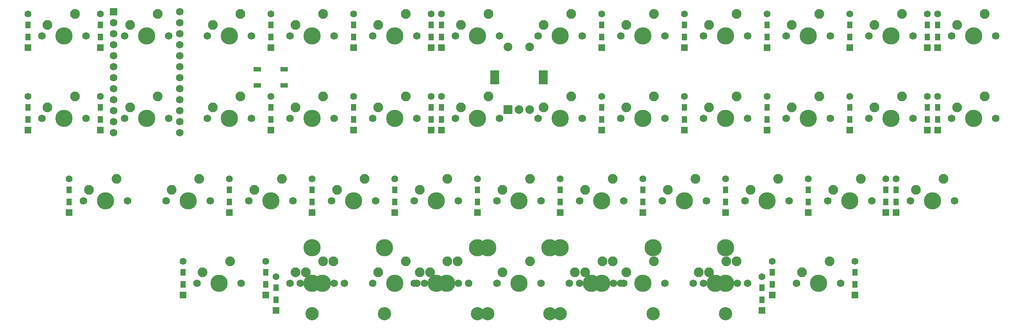
<source format=gbr>
%TF.GenerationSoftware,KiCad,Pcbnew,(5.1.9)-1*%
%TF.CreationDate,2021-08-20T11:03:29-07:00*%
%TF.ProjectId,Ingot,496e676f-742e-46b6-9963-61645f706362,rev?*%
%TF.SameCoordinates,Original*%
%TF.FileFunction,Soldermask,Bot*%
%TF.FilePolarity,Negative*%
%FSLAX46Y46*%
G04 Gerber Fmt 4.6, Leading zero omitted, Abs format (unit mm)*
G04 Created by KiCad (PCBNEW (5.1.9)-1) date 2021-08-20 11:03:29*
%MOMM*%
%LPD*%
G01*
G04 APERTURE LIST*
%ADD10C,2.250000*%
%ADD11C,3.987800*%
%ADD12C,1.750000*%
%ADD13C,3.048000*%
%ADD14R,1.800000X1.100000*%
%ADD15C,1.752600*%
%ADD16R,1.752600X1.752600*%
%ADD17C,2.000000*%
%ADD18R,2.000000X3.200000*%
%ADD19R,2.000000X2.000000*%
%ADD20R,1.600000X1.600000*%
%ADD21C,1.600000*%
%ADD22R,1.200000X1.600000*%
G04 APERTURE END LIST*
D10*
%TO.C,MX40-1u1*%
X200184580Y-85407880D03*
D11*
X197644580Y-90487880D03*
D10*
X193834580Y-87947880D03*
D12*
X192564580Y-90487880D03*
X202724580Y-90487880D03*
%TD*%
D10*
%TO.C,MX39-2u1*%
X171609460Y-85407880D03*
D11*
X169069460Y-90487880D03*
D10*
X165259460Y-87947880D03*
D12*
X163989460Y-90487880D03*
X174149460Y-90487880D03*
D13*
X157163210Y-97472880D03*
X180975710Y-97472880D03*
D11*
X157163210Y-82232880D03*
X180975710Y-82232880D03*
%TD*%
D10*
%TO.C,MX38-2u1*%
X133509300Y-85407880D03*
D11*
X130969300Y-90487880D03*
D10*
X127159300Y-87947880D03*
D12*
X125889300Y-90487880D03*
X136049300Y-90487880D03*
D13*
X119063050Y-97472880D03*
X142875550Y-97472880D03*
D11*
X119063050Y-82232880D03*
X142875550Y-82232880D03*
%TD*%
D10*
%TO.C,MX37-1u1*%
X104934180Y-85407880D03*
D11*
X102394180Y-90487880D03*
D10*
X98584180Y-87947880D03*
D12*
X97314180Y-90487880D03*
X107474180Y-90487880D03*
%TD*%
D11*
%TO.C,MX38-6u1*%
X197644380Y-82232880D03*
X102394380Y-82232880D03*
D13*
X197644380Y-97472880D03*
X102394380Y-97472880D03*
D12*
X155099380Y-90487880D03*
X144939380Y-90487880D03*
D10*
X146209380Y-87947880D03*
D11*
X150019380Y-90487880D03*
D10*
X152559380Y-85407880D03*
%TD*%
%TO.C,MX39-3u1*%
X181134500Y-85407880D03*
X174784500Y-87947880D03*
D11*
X178594500Y-90487880D03*
D12*
X173514500Y-90487880D03*
X183674500Y-90487880D03*
D13*
X159544500Y-97472880D03*
X197644500Y-97472880D03*
D11*
X159544500Y-82232880D03*
X197644500Y-82232880D03*
%TD*%
D10*
%TO.C,MX38-3u1*%
X123984260Y-85407880D03*
X117634260Y-87947880D03*
D11*
X121444260Y-90487880D03*
D12*
X116364260Y-90487880D03*
X126524260Y-90487880D03*
D13*
X102394260Y-97472880D03*
X140494260Y-97472880D03*
D11*
X102394260Y-82232880D03*
X140494260Y-82232880D03*
%TD*%
D14*
%TO.C,RESET1*%
X95969140Y-41012680D03*
X89769140Y-41012680D03*
X95969140Y-44712680D03*
X89769140Y-44712680D03*
%TD*%
D15*
%TO.C,PM1*%
X71914020Y-27702050D03*
X56674020Y-55642050D03*
X71914020Y-30242050D03*
X71914020Y-32782050D03*
X71914020Y-35322050D03*
X71914020Y-37862050D03*
X71914020Y-40402050D03*
X71914020Y-42942050D03*
X71914020Y-45482050D03*
X71914020Y-48022050D03*
X71914020Y-50562050D03*
X71914020Y-53102050D03*
X71914020Y-55642050D03*
X56674020Y-53102050D03*
X56674020Y-50562050D03*
X56674020Y-48022050D03*
X56674020Y-45482050D03*
X56674020Y-42942050D03*
X56674020Y-40402050D03*
X56674020Y-37862050D03*
X56674020Y-35322050D03*
X56674020Y-32782050D03*
X56674020Y-30242050D03*
D16*
X56674020Y-27702050D03*
%TD*%
D10*
%TO.C,MX41*%
X221615920Y-85407880D03*
D11*
X219075920Y-90487880D03*
D10*
X215265920Y-87947880D03*
D12*
X213995920Y-90487880D03*
X224155920Y-90487880D03*
%TD*%
D10*
%TO.C,MX40*%
X197803320Y-85407880D03*
D11*
X195263320Y-90487880D03*
D10*
X191453320Y-87947880D03*
D12*
X190183320Y-90487880D03*
X200343320Y-90487880D03*
%TD*%
D10*
%TO.C,MX39*%
X169228200Y-85407880D03*
D11*
X166688200Y-90487880D03*
D10*
X162878200Y-87947880D03*
D12*
X161608200Y-90487880D03*
X171768200Y-90487880D03*
%TD*%
D10*
%TO.C,MX38*%
X135890560Y-85407880D03*
D11*
X133350560Y-90487880D03*
D10*
X129540560Y-87947880D03*
D12*
X128270560Y-90487880D03*
X138430560Y-90487880D03*
%TD*%
D10*
%TO.C,MX37*%
X107315440Y-85407880D03*
D11*
X104775440Y-90487880D03*
D10*
X100965440Y-87947880D03*
D12*
X99695440Y-90487880D03*
X109855440Y-90487880D03*
%TD*%
D10*
%TO.C,MX36*%
X83502840Y-85407880D03*
D11*
X80962840Y-90487880D03*
D10*
X77152840Y-87947880D03*
D12*
X75882840Y-90487880D03*
X86042840Y-90487880D03*
%TD*%
D10*
%TO.C,MX35*%
X247809780Y-66357800D03*
D11*
X245269780Y-71437800D03*
D10*
X241459780Y-68897800D03*
D12*
X240189780Y-71437800D03*
X250349780Y-71437800D03*
%TD*%
D10*
%TO.C,MX34*%
X228759700Y-66357800D03*
D11*
X226219700Y-71437800D03*
D10*
X222409700Y-68897800D03*
D12*
X221139700Y-71437800D03*
X231299700Y-71437800D03*
%TD*%
D10*
%TO.C,MX33*%
X209709620Y-66357800D03*
D11*
X207169620Y-71437800D03*
D10*
X203359620Y-68897800D03*
D12*
X202089620Y-71437800D03*
X212249620Y-71437800D03*
%TD*%
D10*
%TO.C,MX32*%
X190659540Y-66357800D03*
D11*
X188119540Y-71437800D03*
D10*
X184309540Y-68897800D03*
D12*
X183039540Y-71437800D03*
X193199540Y-71437800D03*
%TD*%
D10*
%TO.C,MX31*%
X171609460Y-66357800D03*
D11*
X169069460Y-71437800D03*
D10*
X165259460Y-68897800D03*
D12*
X163989460Y-71437800D03*
X174149460Y-71437800D03*
%TD*%
D10*
%TO.C,MX30*%
X152559380Y-66357800D03*
D11*
X150019380Y-71437800D03*
D10*
X146209380Y-68897800D03*
D12*
X144939380Y-71437800D03*
X155099380Y-71437800D03*
%TD*%
D10*
%TO.C,MX29*%
X133509300Y-66357800D03*
D11*
X130969300Y-71437800D03*
D10*
X127159300Y-68897800D03*
D12*
X125889300Y-71437800D03*
X136049300Y-71437800D03*
%TD*%
D10*
%TO.C,MX28*%
X114459220Y-66357800D03*
D11*
X111919220Y-71437800D03*
D10*
X108109220Y-68897800D03*
D12*
X106839220Y-71437800D03*
X116999220Y-71437800D03*
%TD*%
D10*
%TO.C,MX27*%
X95409140Y-66357800D03*
D11*
X92869140Y-71437800D03*
D10*
X89059140Y-68897800D03*
D12*
X87789140Y-71437800D03*
X97949140Y-71437800D03*
%TD*%
D10*
%TO.C,MX26*%
X76359060Y-66357800D03*
D11*
X73819060Y-71437800D03*
D10*
X70009060Y-68897800D03*
D12*
X68739060Y-71437800D03*
X78899060Y-71437800D03*
%TD*%
D10*
%TO.C,MX25*%
X57308980Y-66357800D03*
D11*
X54768980Y-71437800D03*
D10*
X50958980Y-68897800D03*
D12*
X49688980Y-71437800D03*
X59848980Y-71437800D03*
%TD*%
D10*
%TO.C,MX24*%
X257334820Y-47307720D03*
D11*
X254794820Y-52387720D03*
D10*
X250984820Y-49847720D03*
D12*
X249714820Y-52387720D03*
X259874820Y-52387720D03*
%TD*%
D10*
%TO.C,MX23*%
X238284740Y-47307720D03*
D11*
X235744740Y-52387720D03*
D10*
X231934740Y-49847720D03*
D12*
X230664740Y-52387720D03*
X240824740Y-52387720D03*
%TD*%
D10*
%TO.C,MX22*%
X219234660Y-47307720D03*
D11*
X216694660Y-52387720D03*
D10*
X212884660Y-49847720D03*
D12*
X211614660Y-52387720D03*
X221774660Y-52387720D03*
%TD*%
D10*
%TO.C,MX21*%
X200184580Y-47307720D03*
D11*
X197644580Y-52387720D03*
D10*
X193834580Y-49847720D03*
D12*
X192564580Y-52387720D03*
X202724580Y-52387720D03*
%TD*%
D10*
%TO.C,MX20*%
X181134500Y-47307720D03*
D11*
X178594500Y-52387720D03*
D10*
X174784500Y-49847720D03*
D12*
X173514500Y-52387720D03*
X183674500Y-52387720D03*
%TD*%
D10*
%TO.C,MX19*%
X162084420Y-47307720D03*
D11*
X159544420Y-52387720D03*
D10*
X155734420Y-49847720D03*
D12*
X154464420Y-52387720D03*
X164624420Y-52387720D03*
%TD*%
D10*
%TO.C,MX18*%
X143034340Y-47307720D03*
D11*
X140494340Y-52387720D03*
D10*
X136684340Y-49847720D03*
D12*
X135414340Y-52387720D03*
X145574340Y-52387720D03*
%TD*%
D10*
%TO.C,MX17*%
X123984260Y-47307720D03*
D11*
X121444260Y-52387720D03*
D10*
X117634260Y-49847720D03*
D12*
X116364260Y-52387720D03*
X126524260Y-52387720D03*
%TD*%
D10*
%TO.C,MX16*%
X104934180Y-47307720D03*
D11*
X102394180Y-52387720D03*
D10*
X98584180Y-49847720D03*
D12*
X97314180Y-52387720D03*
X107474180Y-52387720D03*
%TD*%
D10*
%TO.C,MX15*%
X85884100Y-47307720D03*
D11*
X83344100Y-52387720D03*
D10*
X79534100Y-49847720D03*
D12*
X78264100Y-52387720D03*
X88424100Y-52387720D03*
%TD*%
D10*
%TO.C,MX14*%
X66834020Y-47307720D03*
D11*
X64294020Y-52387720D03*
D10*
X60484020Y-49847720D03*
D12*
X59214020Y-52387720D03*
X69374020Y-52387720D03*
%TD*%
D10*
%TO.C,MX13*%
X47783940Y-47307720D03*
D11*
X45243940Y-52387720D03*
D10*
X41433940Y-49847720D03*
D12*
X40163940Y-52387720D03*
X50323940Y-52387720D03*
%TD*%
D10*
%TO.C,MX12*%
X257334820Y-28257640D03*
D11*
X254794820Y-33337640D03*
D10*
X250984820Y-30797640D03*
D12*
X249714820Y-33337640D03*
X259874820Y-33337640D03*
%TD*%
D10*
%TO.C,MX11*%
X238284740Y-28257640D03*
D11*
X235744740Y-33337640D03*
D10*
X231934740Y-30797640D03*
D12*
X230664740Y-33337640D03*
X240824740Y-33337640D03*
%TD*%
D10*
%TO.C,MX10*%
X219234660Y-28257640D03*
D11*
X216694660Y-33337640D03*
D10*
X212884660Y-30797640D03*
D12*
X211614660Y-33337640D03*
X221774660Y-33337640D03*
%TD*%
D10*
%TO.C,MX9*%
X200184580Y-28257640D03*
D11*
X197644580Y-33337640D03*
D10*
X193834580Y-30797640D03*
D12*
X192564580Y-33337640D03*
X202724580Y-33337640D03*
%TD*%
D10*
%TO.C,MX8*%
X181134500Y-28257640D03*
D11*
X178594500Y-33337640D03*
D10*
X174784500Y-30797640D03*
D12*
X173514500Y-33337640D03*
X183674500Y-33337640D03*
%TD*%
D10*
%TO.C,MX7*%
X162084420Y-28257640D03*
D11*
X159544420Y-33337640D03*
D10*
X155734420Y-30797640D03*
D12*
X154464420Y-33337640D03*
X164624420Y-33337640D03*
%TD*%
D10*
%TO.C,MX6*%
X143034340Y-28257640D03*
D11*
X140494340Y-33337640D03*
D10*
X136684340Y-30797640D03*
D12*
X135414340Y-33337640D03*
X145574340Y-33337640D03*
%TD*%
D10*
%TO.C,MX5*%
X123984260Y-28257640D03*
D11*
X121444260Y-33337640D03*
D10*
X117634260Y-30797640D03*
D12*
X116364260Y-33337640D03*
X126524260Y-33337640D03*
%TD*%
D10*
%TO.C,MX4*%
X104934180Y-28257640D03*
D11*
X102394180Y-33337640D03*
D10*
X98584180Y-30797640D03*
D12*
X97314180Y-33337640D03*
X107474180Y-33337640D03*
%TD*%
D10*
%TO.C,MX3*%
X85884100Y-28257640D03*
D11*
X83344100Y-33337640D03*
D10*
X79534100Y-30797640D03*
D12*
X78264100Y-33337640D03*
X88424100Y-33337640D03*
%TD*%
D10*
%TO.C,MX2*%
X66834020Y-28257640D03*
D11*
X64294020Y-33337640D03*
D10*
X60484020Y-30797640D03*
D12*
X59214020Y-33337640D03*
X69374020Y-33337640D03*
%TD*%
D10*
%TO.C,MX1*%
X47783940Y-28257640D03*
D11*
X45243940Y-33337640D03*
D10*
X41433940Y-30797640D03*
D12*
X40163940Y-33337640D03*
X50323940Y-33337640D03*
%TD*%
D17*
%TO.C,KNOB1*%
X152519380Y-35862680D03*
X147519380Y-35862680D03*
D18*
X155619380Y-42862680D03*
X144419380Y-42862680D03*
D17*
X152519380Y-50362680D03*
X150019380Y-50362680D03*
D19*
X147519380Y-50362680D03*
%TD*%
D20*
%TO.C,D41*%
X227410330Y-93197250D03*
D21*
X227410330Y-85397250D03*
D22*
X227410330Y-90697250D03*
X227410330Y-87897250D03*
%TD*%
D20*
%TO.C,D40*%
X208360250Y-93197250D03*
D21*
X208360250Y-85397250D03*
D22*
X208360250Y-90697250D03*
X208360250Y-87897250D03*
%TD*%
D20*
%TO.C,D39*%
X205978990Y-96769140D03*
D21*
X205978990Y-88969140D03*
D22*
X205978990Y-94269140D03*
X205978990Y-91469140D03*
%TD*%
D20*
%TO.C,D38*%
X94059770Y-96769140D03*
D21*
X94059770Y-88969140D03*
D22*
X94059770Y-94269140D03*
X94059770Y-91469140D03*
%TD*%
D20*
%TO.C,D37*%
X91678510Y-93197250D03*
D21*
X91678510Y-85397250D03*
D22*
X91678510Y-90697250D03*
X91678510Y-87897250D03*
%TD*%
D20*
%TO.C,D36*%
X72628430Y-93197250D03*
D21*
X72628430Y-85397250D03*
D22*
X72628430Y-90697250D03*
X72628430Y-87897250D03*
%TD*%
D20*
%TO.C,D35*%
X236935370Y-74147170D03*
D21*
X236935370Y-66347170D03*
D22*
X236935370Y-71647170D03*
X236935370Y-68847170D03*
%TD*%
D20*
%TO.C,D34*%
X234554110Y-74147170D03*
D21*
X234554110Y-66347170D03*
D22*
X234554110Y-71647170D03*
X234554110Y-68847170D03*
%TD*%
D20*
%TO.C,D33*%
X216694660Y-74147170D03*
D21*
X216694660Y-66347170D03*
D22*
X216694660Y-71647170D03*
X216694660Y-68847170D03*
%TD*%
D20*
%TO.C,D32*%
X197644580Y-74147170D03*
D21*
X197644580Y-66347170D03*
D22*
X197644580Y-71647170D03*
X197644580Y-68847170D03*
%TD*%
D20*
%TO.C,D31*%
X178594500Y-74147170D03*
D21*
X178594500Y-66347170D03*
D22*
X178594500Y-71647170D03*
X178594500Y-68847170D03*
%TD*%
D20*
%TO.C,D30*%
X159544420Y-74147170D03*
D21*
X159544420Y-66347170D03*
D22*
X159544420Y-71647170D03*
X159544420Y-68847170D03*
%TD*%
D20*
%TO.C,D29*%
X140494340Y-74147170D03*
D21*
X140494340Y-66347170D03*
D22*
X140494340Y-71647170D03*
X140494340Y-68847170D03*
%TD*%
D20*
%TO.C,D28*%
X121444260Y-74147170D03*
D21*
X121444260Y-66347170D03*
D22*
X121444260Y-71647170D03*
X121444260Y-68847170D03*
%TD*%
D20*
%TO.C,D27*%
X102394180Y-74147170D03*
D21*
X102394180Y-66347170D03*
D22*
X102394180Y-71647170D03*
X102394180Y-68847170D03*
%TD*%
D20*
%TO.C,D26*%
X83344100Y-74147170D03*
D21*
X83344100Y-66347170D03*
D22*
X83344100Y-71647170D03*
X83344100Y-68847170D03*
%TD*%
D20*
%TO.C,D25*%
X46434570Y-74147170D03*
D21*
X46434570Y-66347170D03*
D22*
X46434570Y-71647170D03*
X46434570Y-68847170D03*
%TD*%
D20*
%TO.C,D24*%
X246460410Y-55097090D03*
D21*
X246460410Y-47297090D03*
D22*
X246460410Y-52597090D03*
X246460410Y-49797090D03*
%TD*%
D20*
%TO.C,D23*%
X244079150Y-55097090D03*
D21*
X244079150Y-47297090D03*
D22*
X244079150Y-52597090D03*
X244079150Y-49797090D03*
%TD*%
D20*
%TO.C,D22*%
X226219700Y-55097090D03*
D21*
X226219700Y-47297090D03*
D22*
X226219700Y-52597090D03*
X226219700Y-49797090D03*
%TD*%
D20*
%TO.C,D21*%
X207169620Y-55097090D03*
D21*
X207169620Y-47297090D03*
D22*
X207169620Y-52597090D03*
X207169620Y-49797090D03*
%TD*%
D20*
%TO.C,D20*%
X188119540Y-55097090D03*
D21*
X188119540Y-47297090D03*
D22*
X188119540Y-52597090D03*
X188119540Y-49797090D03*
%TD*%
D20*
%TO.C,D19*%
X169069460Y-55097090D03*
D21*
X169069460Y-47297090D03*
D22*
X169069460Y-52597090D03*
X169069460Y-49797090D03*
%TD*%
D20*
%TO.C,D18*%
X132159930Y-55097090D03*
D21*
X132159930Y-47297090D03*
D22*
X132159930Y-52597090D03*
X132159930Y-49797090D03*
%TD*%
D20*
%TO.C,D17*%
X129778670Y-55097090D03*
D21*
X129778670Y-47297090D03*
D22*
X129778670Y-52597090D03*
X129778670Y-49797090D03*
%TD*%
D20*
%TO.C,D16*%
X111919220Y-55097090D03*
D21*
X111919220Y-47297090D03*
D22*
X111919220Y-52597090D03*
X111919220Y-49797090D03*
%TD*%
D20*
%TO.C,D15*%
X92869140Y-55097090D03*
D21*
X92869140Y-47297090D03*
D22*
X92869140Y-52597090D03*
X92869140Y-49797090D03*
%TD*%
D20*
%TO.C,D14*%
X53578350Y-55097090D03*
D21*
X53578350Y-47297090D03*
D22*
X53578350Y-52597090D03*
X53578350Y-49797090D03*
%TD*%
D20*
%TO.C,D13*%
X36909530Y-55097090D03*
D21*
X36909530Y-47297090D03*
D22*
X36909530Y-52597090D03*
X36909530Y-49797090D03*
%TD*%
D20*
%TO.C,D12*%
X246460410Y-36047010D03*
D21*
X246460410Y-28247010D03*
D22*
X246460410Y-33547010D03*
X246460410Y-30747010D03*
%TD*%
D20*
%TO.C,D11*%
X244079150Y-36047010D03*
D21*
X244079150Y-28247010D03*
D22*
X244079150Y-33547010D03*
X244079150Y-30747010D03*
%TD*%
D20*
%TO.C,D10*%
X226219700Y-36047010D03*
D21*
X226219700Y-28247010D03*
D22*
X226219700Y-33547010D03*
X226219700Y-30747010D03*
%TD*%
D20*
%TO.C,D9*%
X207169620Y-36047010D03*
D21*
X207169620Y-28247010D03*
D22*
X207169620Y-33547010D03*
X207169620Y-30747010D03*
%TD*%
D20*
%TO.C,D8*%
X188119540Y-36047010D03*
D21*
X188119540Y-28247010D03*
D22*
X188119540Y-33547010D03*
X188119540Y-30747010D03*
%TD*%
D20*
%TO.C,D7*%
X169069460Y-36047010D03*
D21*
X169069460Y-28247010D03*
D22*
X169069460Y-33547010D03*
X169069460Y-30747010D03*
%TD*%
D20*
%TO.C,D6*%
X132159930Y-36047010D03*
D21*
X132159930Y-28247010D03*
D22*
X132159930Y-33547010D03*
X132159930Y-30747010D03*
%TD*%
D20*
%TO.C,D5*%
X129778670Y-36047010D03*
D21*
X129778670Y-28247010D03*
D22*
X129778670Y-33547010D03*
X129778670Y-30747010D03*
%TD*%
D20*
%TO.C,D4*%
X111919220Y-36047010D03*
D21*
X111919220Y-28247010D03*
D22*
X111919220Y-33547010D03*
X111919220Y-30747010D03*
%TD*%
D20*
%TO.C,D3*%
X92869140Y-36047010D03*
D21*
X92869140Y-28247010D03*
D22*
X92869140Y-33547010D03*
X92869140Y-30747010D03*
%TD*%
D20*
%TO.C,D2*%
X53578350Y-36047010D03*
D21*
X53578350Y-28247010D03*
D22*
X53578350Y-33547010D03*
X53578350Y-30747010D03*
%TD*%
D20*
%TO.C,D1*%
X36909530Y-36047010D03*
D21*
X36909530Y-28247010D03*
D22*
X36909530Y-33547010D03*
X36909530Y-30747010D03*
%TD*%
M02*

</source>
